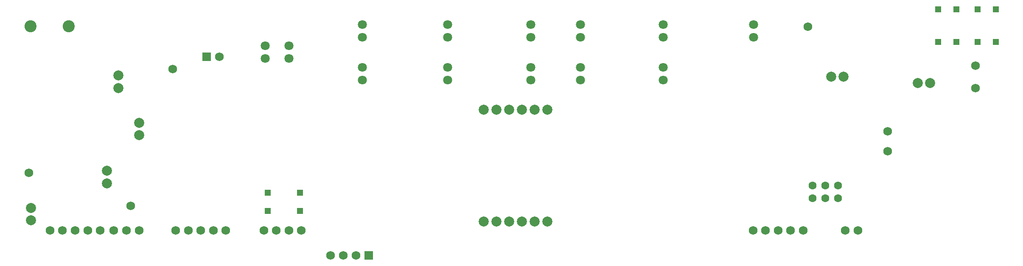
<source format=gts>
%FSLAX25Y25*%
%MOIN*%
G70*
G01*
G75*
G04 Layer_Color=8388736*
%ADD10R,0.03937X0.03937*%
%ADD11R,0.03937X0.03937*%
%ADD12R,0.03937X0.03937*%
%ADD13R,0.03937X0.03937*%
%ADD14C,0.01000*%
%ADD15C,0.02000*%
%ADD16C,0.06000*%
%ADD17C,0.07000*%
%ADD18C,0.05000*%
%ADD19C,0.02500*%
%ADD20C,0.04000*%
%ADD21C,0.03000*%
%ADD22C,0.07087*%
%ADD23C,0.06300*%
%ADD24C,0.06000*%
%ADD25R,0.06000X0.06000*%
%ADD26C,0.05512*%
%ADD27C,0.08661*%
%ADD28C,0.02500*%
%ADD29C,0.05000*%
%ADD30R,0.05000X0.06000*%
%ADD31R,0.05709X0.02756*%
%ADD32R,0.15748X0.15748*%
%ADD33R,0.08071X0.08858*%
%ADD34R,0.04213X0.11811*%
%ADD35R,0.06000X0.05000*%
%ADD36R,0.08858X0.08071*%
%ADD37R,0.27559X0.37008*%
%ADD38R,0.02362X0.04299*%
%ADD39O,0.02400X0.07400*%
%ADD40R,0.15748X0.06000*%
%ADD41R,0.11811X0.23622*%
%ADD42R,0.04299X0.02362*%
%ADD43O,0.02400X0.07600*%
%ADD44R,0.02400X0.07600*%
%ADD45C,0.00500*%
%ADD46C,0.02362*%
%ADD47C,0.00787*%
%ADD48C,0.00984*%
%ADD49C,0.00600*%
%ADD50C,0.00200*%
%ADD51C,0.00800*%
%ADD52R,0.00446X0.00990*%
%ADD53R,0.00900X0.00700*%
%ADD54C,0.00400*%
%ADD55C,0.01500*%
%ADD56R,0.04737X0.04737*%
%ADD57R,0.04737X0.04737*%
%ADD58R,0.04737X0.04737*%
%ADD59R,0.04737X0.04737*%
%ADD60C,0.07887*%
%ADD61C,0.07100*%
%ADD62C,0.06800*%
%ADD63R,0.06800X0.06800*%
%ADD64C,0.06312*%
%ADD65C,0.09461*%
D56*
X725580Y177457D02*
D03*
Y203047D02*
D03*
X756579Y177457D02*
D03*
Y203047D02*
D03*
D57*
X739753Y177457D02*
D03*
Y203047D02*
D03*
X770753Y177457D02*
D03*
Y203047D02*
D03*
D58*
X224280Y44457D02*
D03*
X198689D02*
D03*
D59*
X224280Y58630D02*
D03*
X198689D02*
D03*
D60*
X418607Y123917D02*
D03*
X408607D02*
D03*
X398607D02*
D03*
X388607D02*
D03*
X378607D02*
D03*
X368607D02*
D03*
Y35925D02*
D03*
X378607D02*
D03*
X418607D02*
D03*
X408607D02*
D03*
X398607D02*
D03*
X388607D02*
D03*
X72500Y76000D02*
D03*
Y66158D02*
D03*
X12835Y46842D02*
D03*
Y37000D02*
D03*
X641440Y150218D02*
D03*
X651282D02*
D03*
X719282Y145218D02*
D03*
X709440D02*
D03*
X97800Y113842D02*
D03*
Y104000D02*
D03*
X81500Y141157D02*
D03*
Y151000D02*
D03*
D61*
X405512Y157362D02*
D03*
Y147362D02*
D03*
X509449Y181220D02*
D03*
Y191220D02*
D03*
X444488Y157362D02*
D03*
Y147362D02*
D03*
Y181220D02*
D03*
Y191220D02*
D03*
X580315Y191220D02*
D03*
Y181220D02*
D03*
X509449Y147362D02*
D03*
Y157362D02*
D03*
X273228D02*
D03*
Y147362D02*
D03*
X196850Y164291D02*
D03*
Y174291D02*
D03*
X215354D02*
D03*
Y164291D02*
D03*
X405512Y181220D02*
D03*
Y191220D02*
D03*
X340158D02*
D03*
Y181220D02*
D03*
Y147362D02*
D03*
Y157362D02*
D03*
X273228Y191220D02*
D03*
Y181220D02*
D03*
D62*
X685780Y106957D02*
D03*
X124000Y156218D02*
D03*
X623224Y189457D02*
D03*
X160940Y165718D02*
D03*
X91000Y48500D02*
D03*
X754940Y158718D02*
D03*
Y140957D02*
D03*
X685780Y91457D02*
D03*
X11000Y74500D02*
D03*
X268280Y9457D02*
D03*
X258280D02*
D03*
X248280D02*
D03*
X662343Y29000D02*
D03*
X652500D02*
D03*
X580000D02*
D03*
X589843D02*
D03*
X599685D02*
D03*
X609528D02*
D03*
X619370D02*
D03*
X225232D02*
D03*
X215390D02*
D03*
X205547D02*
D03*
X195705D02*
D03*
X126500Y29000D02*
D03*
X136343D02*
D03*
X146185D02*
D03*
X156027D02*
D03*
X165870D02*
D03*
X97780Y29000D02*
D03*
X87779D02*
D03*
X77780D02*
D03*
X27779D02*
D03*
X37622D02*
D03*
X47465D02*
D03*
X57307D02*
D03*
X67150D02*
D03*
D63*
X150940Y165718D02*
D03*
X278280Y9457D02*
D03*
D64*
X636779Y54257D02*
D03*
X626780Y64257D02*
D03*
X646779Y54257D02*
D03*
X626780D02*
D03*
X636779Y64257D02*
D03*
X646779D02*
D03*
D65*
X42421Y189600D02*
D03*
X12500D02*
D03*
M02*

</source>
